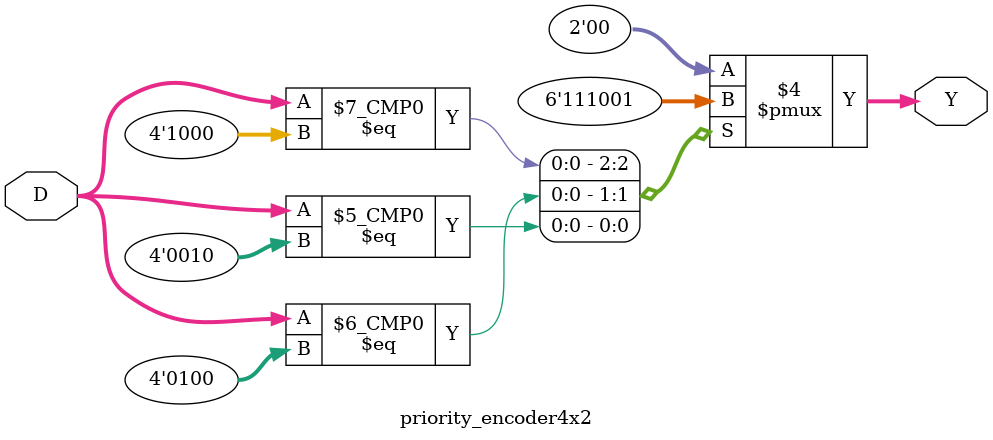
<source format=v>
module priority_encoder4x2 (
    input [3:0] D,   // 4-bit input
    output reg [1:0] Y // 2-bit encoded output
);

always @(*) begin
    casez (D) // 'casez' allows don't-care conditions
        4'b1000: Y = 2'b11; // Highest priority (D[3])
        4'b0100: Y = 2'b10; // D[2]
        4'b0010: Y = 2'b01; // D[1]
        4'b0001: Y = 2'b00; // Lowest priority (D[0])
        default: Y = 2'b00; // Default case
    endcase
end

endmodule
</source>
